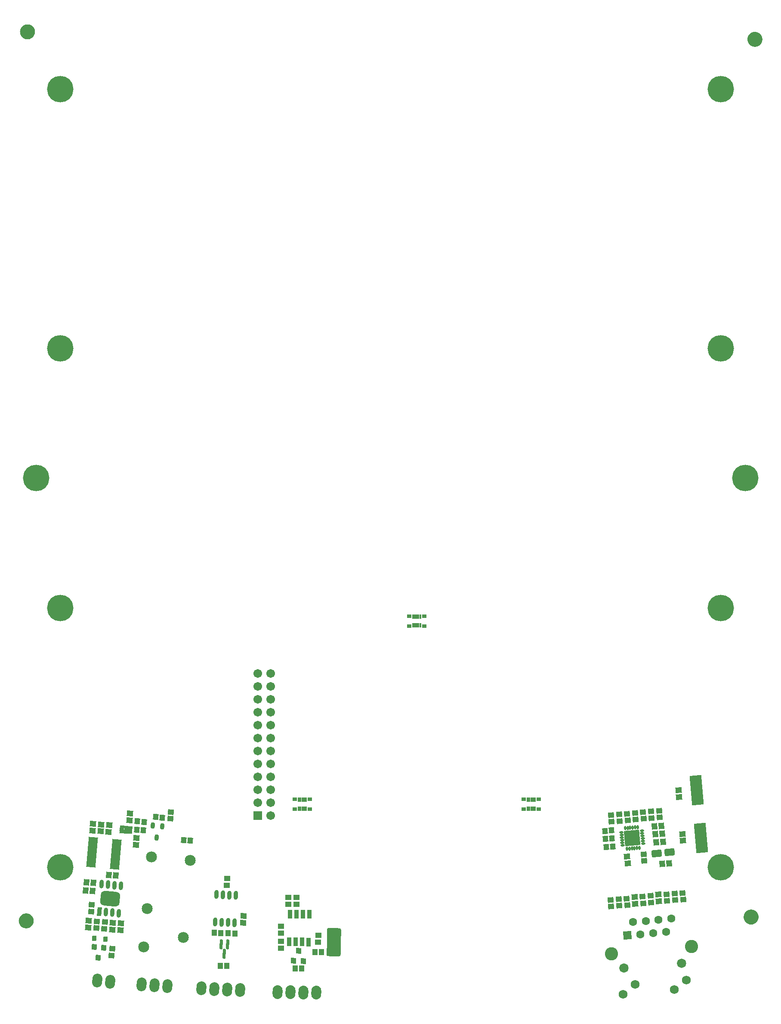
<source format=gts>
G04*
G04 #@! TF.GenerationSoftware,Altium Limited,Altium Designer,19.0.11 (319)*
G04*
G04 Layer_Color=8388736*
%FSLAX44Y44*%
%MOMM*%
G71*
G01*
G75*
%ADD56C,3.0000*%
G04:AMPARAMS|DCode=57|XSize=5.5372mm|YSize=2.7432mm|CornerRadius=0.3429mm|HoleSize=0mm|Usage=FLASHONLY|Rotation=88.800|XOffset=0mm|YOffset=0mm|HoleType=Round|Shape=RoundedRectangle|*
%AMROUNDEDRECTD57*
21,1,5.5372,2.0574,0,0,88.8*
21,1,4.8514,2.7432,0,0,88.8*
1,1,0.6858,1.0793,2.4036*
1,1,0.6858,0.9777,-2.4467*
1,1,0.6858,-1.0793,-2.4036*
1,1,0.6858,-0.9777,2.4467*
%
%ADD57ROUNDEDRECTD57*%
%ADD58R,0.9332X0.6932*%
%ADD59R,0.3832X0.8932*%
G04:AMPARAMS|DCode=60|XSize=0.4532mm|YSize=0.8532mm|CornerRadius=0.1641mm|HoleSize=0mm|Usage=FLASHONLY|Rotation=185.000|XOffset=0mm|YOffset=0mm|HoleType=Round|Shape=RoundedRectangle|*
%AMROUNDEDRECTD60*
21,1,0.4532,0.5250,0,0,185.0*
21,1,0.1250,0.8532,0,0,185.0*
1,1,0.3282,-0.0851,0.2561*
1,1,0.3282,0.0394,0.2670*
1,1,0.3282,0.0851,-0.2561*
1,1,0.3282,-0.0394,-0.2670*
%
%ADD60ROUNDEDRECTD60*%
G04:AMPARAMS|DCode=61|XSize=1.0032mm|YSize=1.1032mm|CornerRadius=0mm|HoleSize=0mm|Usage=FLASHONLY|Rotation=178.800|XOffset=0mm|YOffset=0mm|HoleType=Round|Shape=Rectangle|*
%AMROTATEDRECTD61*
4,1,4,0.5130,0.5410,0.4899,-0.5620,-0.5130,-0.5410,-0.4899,0.5620,0.5130,0.5410,0.0*
%
%ADD61ROTATEDRECTD61*%

G04:AMPARAMS|DCode=62|XSize=1.1532mm|YSize=1.0532mm|CornerRadius=0mm|HoleSize=0mm|Usage=FLASHONLY|Rotation=87.700|XOffset=0mm|YOffset=0mm|HoleType=Round|Shape=Rectangle|*
%AMROTATEDRECTD62*
4,1,4,0.5030,-0.5973,-0.5493,-0.5550,-0.5030,0.5973,0.5493,0.5550,0.5030,-0.5973,0.0*
%
%ADD62ROTATEDRECTD62*%

G04:AMPARAMS|DCode=63|XSize=1.1532mm|YSize=1.0532mm|CornerRadius=0mm|HoleSize=0mm|Usage=FLASHONLY|Rotation=175.000|XOffset=0mm|YOffset=0mm|HoleType=Round|Shape=Rectangle|*
%AMROTATEDRECTD63*
4,1,4,0.6203,0.4743,0.5285,-0.5749,-0.6203,-0.4743,-0.5285,0.5749,0.6203,0.4743,0.0*
%
%ADD63ROTATEDRECTD63*%

G04:AMPARAMS|DCode=64|XSize=1.1532mm|YSize=1.0532mm|CornerRadius=0mm|HoleSize=0mm|Usage=FLASHONLY|Rotation=265.000|XOffset=0mm|YOffset=0mm|HoleType=Round|Shape=Rectangle|*
%AMROTATEDRECTD64*
4,1,4,-0.4743,0.6203,0.5749,0.5285,0.4743,-0.6203,-0.5749,-0.5285,-0.4743,0.6203,0.0*
%
%ADD64ROTATEDRECTD64*%

G04:AMPARAMS|DCode=65|XSize=0.8032mm|YSize=1.2032mm|CornerRadius=0.1766mm|HoleSize=0mm|Usage=FLASHONLY|Rotation=175.000|XOffset=0mm|YOffset=0mm|HoleType=Round|Shape=RoundedRectangle|*
%AMROUNDEDRECTD65*
21,1,0.8032,0.8500,0,0,175.0*
21,1,0.4500,1.2032,0,0,175.0*
1,1,0.3532,-0.1871,0.4430*
1,1,0.3532,0.2612,0.4038*
1,1,0.3532,0.1871,-0.4430*
1,1,0.3532,-0.2612,-0.4038*
%
%ADD65ROUNDEDRECTD65*%
%ADD66R,1.2032X1.1032*%
%ADD67R,1.0532X1.1532*%
G04:AMPARAMS|DCode=68|XSize=1.4732mm|YSize=2.7432mm|CornerRadius=0.2604mm|HoleSize=0mm|Usage=FLASHONLY|Rotation=88.800|XOffset=0mm|YOffset=0mm|HoleType=Round|Shape=RoundedRectangle|*
%AMROUNDEDRECTD68*
21,1,1.4732,2.2225,0,0,88.8*
21,1,0.9525,2.7432,0,0,88.8*
1,1,0.5207,1.1210,0.4529*
1,1,0.5207,1.1010,-0.4994*
1,1,0.5207,-1.1210,-0.4529*
1,1,0.5207,-1.1010,0.4994*
%
%ADD68ROUNDEDRECTD68*%
G04:AMPARAMS|DCode=69|XSize=2.2352mm|YSize=2.7432mm|CornerRadius=0.3556mm|HoleSize=0mm|Usage=FLASHONLY|Rotation=88.800|XOffset=0mm|YOffset=0mm|HoleType=Round|Shape=RoundedRectangle|*
%AMROUNDEDRECTD69*
21,1,2.2352,2.0320,0,0,88.8*
21,1,1.5240,2.7432,0,0,88.8*
1,1,0.7112,1.0317,0.7406*
1,1,0.7112,0.9998,-0.7831*
1,1,0.7112,-1.0317,-0.7406*
1,1,0.7112,-0.9998,0.7831*
%
%ADD69ROUNDEDRECTD69*%
G04:AMPARAMS|DCode=70|XSize=1.1532mm|YSize=1.0532mm|CornerRadius=0mm|HoleSize=0mm|Usage=FLASHONLY|Rotation=358.800|XOffset=0mm|YOffset=0mm|HoleType=Round|Shape=Rectangle|*
%AMROTATEDRECTD70*
4,1,4,-0.5875,-0.5144,-0.5654,0.5386,0.5875,0.5144,0.5654,-0.5386,-0.5875,-0.5144,0.0*
%
%ADD70ROTATEDRECTD70*%

G04:AMPARAMS|DCode=71|XSize=1.1532mm|YSize=1.0532mm|CornerRadius=0mm|HoleSize=0mm|Usage=FLASHONLY|Rotation=88.800|XOffset=0mm|YOffset=0mm|HoleType=Round|Shape=Rectangle|*
%AMROTATEDRECTD71*
4,1,4,0.5144,-0.5875,-0.5386,-0.5654,-0.5144,0.5875,0.5386,0.5654,0.5144,-0.5875,0.0*
%
%ADD71ROTATEDRECTD71*%

G04:AMPARAMS|DCode=72|XSize=1.7282mm|YSize=0.8532mm|CornerRadius=0mm|HoleSize=0mm|Usage=FLASHONLY|Rotation=268.800|XOffset=0mm|YOffset=0mm|HoleType=Round|Shape=Rectangle|*
%AMROTATEDRECTD72*
4,1,4,-0.4084,0.8729,0.4446,0.8550,0.4084,-0.8729,-0.4446,-0.8550,-0.4084,0.8729,0.0*
%
%ADD72ROTATEDRECTD72*%

G04:AMPARAMS|DCode=73|XSize=1.2032mm|YSize=1.1032mm|CornerRadius=0mm|HoleSize=0mm|Usage=FLASHONLY|Rotation=175.000|XOffset=0mm|YOffset=0mm|HoleType=Round|Shape=Rectangle|*
%AMROTATEDRECTD73*
4,1,4,0.6474,0.4971,0.5512,-0.6019,-0.6474,-0.4971,-0.5512,0.6019,0.6474,0.4971,0.0*
%
%ADD73ROTATEDRECTD73*%

G04:AMPARAMS|DCode=74|XSize=1.5132mm|YSize=0.7532mm|CornerRadius=0mm|HoleSize=0mm|Usage=FLASHONLY|Rotation=85.000|XOffset=0mm|YOffset=0mm|HoleType=Round|Shape=Rectangle|*
%AMROTATEDRECTD74*
4,1,4,0.3092,-0.7865,-0.4411,-0.7209,-0.3092,0.7865,0.4411,0.7209,0.3092,-0.7865,0.0*
%
%ADD74ROTATEDRECTD74*%

G04:AMPARAMS|DCode=75|XSize=0.9032mm|YSize=0.5032mm|CornerRadius=0mm|HoleSize=0mm|Usage=FLASHONLY|Rotation=355.000|XOffset=0mm|YOffset=0mm|HoleType=Round|Shape=Rectangle|*
%AMROTATEDRECTD75*
4,1,4,-0.4718,-0.2113,-0.4279,0.2900,0.4718,0.2113,0.4279,-0.2900,-0.4718,-0.2113,0.0*
%
%ADD75ROTATEDRECTD75*%

G04:AMPARAMS|DCode=76|XSize=1.2032mm|YSize=1.1032mm|CornerRadius=0mm|HoleSize=0mm|Usage=FLASHONLY|Rotation=357.700|XOffset=0mm|YOffset=0mm|HoleType=Round|Shape=Rectangle|*
%AMROTATEDRECTD76*
4,1,4,-0.6233,-0.5270,-0.5790,0.5753,0.6233,0.5270,0.5790,-0.5753,-0.6233,-0.5270,0.0*
%
%ADD76ROTATEDRECTD76*%

G04:AMPARAMS|DCode=77|XSize=1.1532mm|YSize=1.0532mm|CornerRadius=0mm|HoleSize=0mm|Usage=FLASHONLY|Rotation=177.700|XOffset=0mm|YOffset=0mm|HoleType=Round|Shape=Rectangle|*
%AMROTATEDRECTD77*
4,1,4,0.5973,0.5030,0.5550,-0.5493,-0.5973,-0.5030,-0.5550,0.5493,0.5973,0.5030,0.0*
%
%ADD77ROTATEDRECTD77*%

G04:AMPARAMS|DCode=78|XSize=0.8032mm|YSize=1.7532mm|CornerRadius=0mm|HoleSize=0mm|Usage=FLASHONLY|Rotation=357.700|XOffset=0mm|YOffset=0mm|HoleType=Round|Shape=Round|*
%AMOVALD78*
21,1,0.9500,0.8032,0.0000,0.0000,87.7*
1,1,0.8032,-0.0191,-0.4746*
1,1,0.8032,0.0191,0.4746*
%
%ADD78OVALD78*%

G04:AMPARAMS|DCode=79|XSize=0.6032mm|YSize=1.9532mm|CornerRadius=0.1816mm|HoleSize=0mm|Usage=FLASHONLY|Rotation=357.700|XOffset=0mm|YOffset=0mm|HoleType=Round|Shape=RoundedRectangle|*
%AMROUNDEDRECTD79*
21,1,0.6032,1.5900,0,0,357.7*
21,1,0.2400,1.9532,0,0,357.7*
1,1,0.3632,0.0880,-0.7992*
1,1,0.3632,-0.1518,-0.7895*
1,1,0.3632,-0.0880,0.7992*
1,1,0.3632,0.1518,0.7895*
%
%ADD79ROUNDEDRECTD79*%
G04:AMPARAMS|DCode=80|XSize=1.1532mm|YSize=1.0532mm|CornerRadius=0mm|HoleSize=0mm|Usage=FLASHONLY|Rotation=87.700|XOffset=0mm|YOffset=0mm|HoleType=Round|Shape=Rectangle|*
%AMROTATEDRECTD80*
4,1,4,0.5030,-0.5973,-0.5493,-0.5550,-0.5030,0.5973,0.5493,0.5550,0.5030,-0.5973,0.0*
%
%ADD80ROTATEDRECTD80*%

G04:AMPARAMS|DCode=81|XSize=5.9032mm|YSize=1.8032mm|CornerRadius=0mm|HoleSize=0mm|Usage=FLASHONLY|Rotation=265.000|XOffset=0mm|YOffset=0mm|HoleType=Round|Shape=Rectangle|*
%AMROTATEDRECTD81*
4,1,4,-0.6409,3.0190,1.1554,2.8618,0.6409,-3.0190,-1.1554,-2.8618,-0.6409,3.0190,0.0*
%
%ADD81ROTATEDRECTD81*%

G04:AMPARAMS|DCode=82|XSize=1.2032mm|YSize=1.1032mm|CornerRadius=0mm|HoleSize=0mm|Usage=FLASHONLY|Rotation=85.000|XOffset=0mm|YOffset=0mm|HoleType=Round|Shape=Rectangle|*
%AMROTATEDRECTD82*
4,1,4,0.4971,-0.6474,-0.6019,-0.5512,-0.4971,0.6474,0.6019,0.5512,0.4971,-0.6474,0.0*
%
%ADD82ROTATEDRECTD82*%

G04:AMPARAMS|DCode=83|XSize=1.7032mm|YSize=0.8532mm|CornerRadius=0mm|HoleSize=0mm|Usage=FLASHONLY|Rotation=85.000|XOffset=0mm|YOffset=0mm|HoleType=Round|Shape=Rectangle|*
%AMROTATEDRECTD83*
4,1,4,0.3508,-0.8855,-0.4992,-0.8112,-0.3508,0.8855,0.4992,0.8112,0.3508,-0.8855,0.0*
%
%ADD83ROTATEDRECTD83*%

G04:AMPARAMS|DCode=84|XSize=1.7032mm|YSize=0.8532mm|CornerRadius=0mm|HoleSize=0mm|Usage=FLASHONLY|Rotation=85.000|XOffset=0mm|YOffset=0mm|HoleType=Round|Shape=Round|*
%AMOVALD84*
21,1,0.8500,0.8532,0.0000,0.0000,85.0*
1,1,0.8532,-0.0370,-0.4234*
1,1,0.8532,0.0370,0.4234*
%
%ADD84OVALD84*%

G04:AMPARAMS|DCode=85|XSize=2.9032mm|YSize=3.8032mm|CornerRadius=0.7766mm|HoleSize=0mm|Usage=FLASHONLY|Rotation=85.000|XOffset=0mm|YOffset=0mm|HoleType=Round|Shape=RoundedRectangle|*
%AMROUNDEDRECTD85*
21,1,2.9032,2.2500,0,0,85.0*
21,1,1.3500,3.8032,0,0,85.0*
1,1,1.5532,1.1795,0.5744*
1,1,1.5532,1.0619,-0.7705*
1,1,1.5532,-1.1795,-0.5744*
1,1,1.5532,-1.0619,0.7705*
%
%ADD85ROUNDEDRECTD85*%
G04:AMPARAMS|DCode=86|XSize=1.2032mm|YSize=1.1032mm|CornerRadius=0mm|HoleSize=0mm|Usage=FLASHONLY|Rotation=95.000|XOffset=0mm|YOffset=0mm|HoleType=Round|Shape=Rectangle|*
%AMROTATEDRECTD86*
4,1,4,0.6019,-0.5512,-0.4971,-0.6474,-0.6019,0.5512,0.4971,0.6474,0.6019,-0.5512,0.0*
%
%ADD86ROTATEDRECTD86*%

G04:AMPARAMS|DCode=87|XSize=2.0032mm|YSize=1.4032mm|CornerRadius=0.2516mm|HoleSize=0mm|Usage=FLASHONLY|Rotation=185.000|XOffset=0mm|YOffset=0mm|HoleType=Round|Shape=RoundedRectangle|*
%AMROUNDEDRECTD87*
21,1,2.0032,0.9000,0,0,185.0*
21,1,1.5000,1.4032,0,0,185.0*
1,1,0.5032,-0.7864,0.3829*
1,1,0.5032,0.7079,0.5137*
1,1,0.5032,0.7864,-0.3829*
1,1,0.5032,-0.7079,-0.5137*
%
%ADD87ROUNDEDRECTD87*%
G04:AMPARAMS|DCode=88|XSize=1.2032mm|YSize=1.1032mm|CornerRadius=0mm|HoleSize=0mm|Usage=FLASHONLY|Rotation=185.000|XOffset=0mm|YOffset=0mm|HoleType=Round|Shape=Rectangle|*
%AMROTATEDRECTD88*
4,1,4,0.5512,0.6019,0.6474,-0.4971,-0.5512,-0.6019,-0.6474,0.4971,0.5512,0.6019,0.0*
%
%ADD88ROTATEDRECTD88*%

G04:AMPARAMS|DCode=89|XSize=1.1532mm|YSize=1.0532mm|CornerRadius=0mm|HoleSize=0mm|Usage=FLASHONLY|Rotation=185.000|XOffset=0mm|YOffset=0mm|HoleType=Round|Shape=Rectangle|*
%AMROTATEDRECTD89*
4,1,4,0.5285,0.5749,0.6203,-0.4743,-0.5285,-0.5749,-0.6203,0.4743,0.5285,0.5749,0.0*
%
%ADD89ROTATEDRECTD89*%

G04:AMPARAMS|DCode=90|XSize=1.0332mm|YSize=0.8282mm|CornerRadius=0mm|HoleSize=0mm|Usage=FLASHONLY|Rotation=265.000|XOffset=0mm|YOffset=0mm|HoleType=Round|Shape=Rectangle|*
%AMROTATEDRECTD90*
4,1,4,-0.3675,0.5507,0.4576,0.4785,0.3675,-0.5507,-0.4576,-0.4785,-0.3675,0.5507,0.0*
%
%ADD90ROTATEDRECTD90*%

G04:AMPARAMS|DCode=91|XSize=1.0032mm|YSize=1.1032mm|CornerRadius=0mm|HoleSize=0mm|Usage=FLASHONLY|Rotation=355.000|XOffset=0mm|YOffset=0mm|HoleType=Round|Shape=Rectangle|*
%AMROTATEDRECTD91*
4,1,4,-0.5478,-0.5058,-0.4516,0.5932,0.5478,0.5058,0.4516,-0.5932,-0.5478,-0.5058,0.0*
%
%ADD91ROTATEDRECTD91*%

G04:AMPARAMS|DCode=92|XSize=1.1532mm|YSize=1.0532mm|CornerRadius=0mm|HoleSize=0mm|Usage=FLASHONLY|Rotation=275.000|XOffset=0mm|YOffset=0mm|HoleType=Round|Shape=Rectangle|*
%AMROTATEDRECTD92*
4,1,4,-0.5749,0.5285,0.4743,0.6203,0.5749,-0.5285,-0.4743,-0.6203,-0.5749,0.5285,0.0*
%
%ADD92ROTATEDRECTD92*%

%ADD93P,4.2472X4X230.0*%
G04:AMPARAMS|DCode=94|XSize=0.4532mm|YSize=0.8532mm|CornerRadius=0.1641mm|HoleSize=0mm|Usage=FLASHONLY|Rotation=275.000|XOffset=0mm|YOffset=0mm|HoleType=Round|Shape=RoundedRectangle|*
%AMROUNDEDRECTD94*
21,1,0.4532,0.5250,0,0,275.0*
21,1,0.1250,0.8532,0,0,275.0*
1,1,0.3282,-0.2561,-0.0851*
1,1,0.3282,-0.2670,0.0394*
1,1,0.3282,0.2561,0.0851*
1,1,0.3282,0.2670,-0.0394*
%
%ADD94ROUNDEDRECTD94*%
G04:AMPARAMS|DCode=95|XSize=5.8032mm|YSize=2.3032mm|CornerRadius=0mm|HoleSize=0mm|Usage=FLASHONLY|Rotation=275.000|XOffset=0mm|YOffset=0mm|HoleType=Round|Shape=Rectangle|*
%AMROTATEDRECTD95*
4,1,4,-1.4001,2.7902,0.8943,2.9909,1.4001,-2.7902,-0.8943,-2.9909,-1.4001,2.7902,0.0*
%
%ADD95ROTATEDRECTD95*%

%ADD96C,1.7032*%
%ADD97R,1.7032X1.7032*%
%ADD98C,1.8282*%
%ADD99C,2.6032*%
%ADD100C,1.7332*%
%ADD101C,1.6032*%
%ADD102P,2.2673X4X50.0*%
%ADD103C,2.1532*%
G04:AMPARAMS|DCode=104|XSize=1.9532mm|YSize=2.7032mm|CornerRadius=0mm|HoleSize=0mm|Usage=FLASHONLY|Rotation=178.800|XOffset=0mm|YOffset=0mm|HoleType=Round|Shape=Round|*
%AMOVALD104*
21,1,0.7500,1.9532,0.0000,0.0000,268.8*
1,1,1.9532,0.0079,0.3749*
1,1,1.9532,-0.0079,-0.3749*
%
%ADD104OVALD104*%

%ADD105C,5.2032*%
G04:AMPARAMS|DCode=106|XSize=1.9532mm|YSize=2.7032mm|CornerRadius=0mm|HoleSize=0mm|Usage=FLASHONLY|Rotation=176.000|XOffset=0mm|YOffset=0mm|HoleType=Round|Shape=Round|*
%AMOVALD106*
21,1,0.7500,1.9532,0.0000,0.0000,266.0*
1,1,1.9532,0.0262,0.3741*
1,1,1.9532,-0.0262,-0.3741*
%
%ADD106OVALD106*%

G04:AMPARAMS|DCode=107|XSize=1.9532mm|YSize=2.7032mm|CornerRadius=0mm|HoleSize=0mm|Usage=FLASHONLY|Rotation=175.000|XOffset=0mm|YOffset=0mm|HoleType=Round|Shape=Round|*
%AMOVALD107*
21,1,0.7500,1.9532,0.0000,0.0000,265.0*
1,1,1.9532,0.0327,0.3736*
1,1,1.9532,-0.0327,-0.3736*
%
%ADD107OVALD107*%

G04:AMPARAMS|DCode=108|XSize=1.9532mm|YSize=2.7032mm|CornerRadius=0mm|HoleSize=0mm|Usage=FLASHONLY|Rotation=177.300|XOffset=0mm|YOffset=0mm|HoleType=Round|Shape=Round|*
%AMOVALD108*
21,1,0.7500,1.9532,0.0000,0.0000,267.3*
1,1,1.9532,0.0177,0.3746*
1,1,1.9532,-0.0177,-0.3746*
%
%ADD108OVALD108*%

D56*
X717060Y-438700D02*
G03*
X717060Y-438700I-10J0D01*
G01*
X-709190Y-446196D02*
G03*
X-709190Y-446196I-10J0D01*
G01*
X724560Y1287050D02*
G03*
X724560Y1287050I-10J0D01*
G01*
X-706690Y1301800D02*
G03*
X-706690Y1301800I-10J0D01*
G01*
D57*
X-103950Y-487700D02*
D03*
D58*
X44000Y133750D02*
D03*
Y153250D02*
D03*
X74000Y133750D02*
D03*
Y153250D02*
D03*
X299500Y-207250D02*
D03*
Y-226750D02*
D03*
X269500Y-207250D02*
D03*
Y-226750D02*
D03*
X-151000Y-207250D02*
D03*
Y-226750D02*
D03*
X-181000Y-207250D02*
D03*
Y-226750D02*
D03*
D59*
X52000Y134750D02*
D03*
Y152250D02*
D03*
X55500Y134750D02*
D03*
Y152250D02*
D03*
X59000Y134750D02*
D03*
Y152250D02*
D03*
X62500Y134750D02*
D03*
Y152250D02*
D03*
X66000Y134750D02*
D03*
Y152250D02*
D03*
X291500Y-208250D02*
D03*
Y-225750D02*
D03*
X288000Y-208250D02*
D03*
Y-225750D02*
D03*
X284500Y-208250D02*
D03*
Y-225750D02*
D03*
X281000Y-208250D02*
D03*
Y-225750D02*
D03*
X277500Y-208250D02*
D03*
Y-225750D02*
D03*
X-159000Y-208250D02*
D03*
Y-225750D02*
D03*
X-162500Y-208250D02*
D03*
Y-225750D02*
D03*
X-166000Y-208250D02*
D03*
Y-225750D02*
D03*
X-169500Y-208250D02*
D03*
Y-225750D02*
D03*
X-173000Y-208250D02*
D03*
Y-225750D02*
D03*
D60*
X492536Y-302719D02*
D03*
X497517Y-302283D02*
D03*
X487555Y-303155D02*
D03*
X482574Y-303591D02*
D03*
X477593Y-304027D02*
D03*
X472612Y-304462D02*
D03*
X469083Y-264116D02*
D03*
X474064Y-263681D02*
D03*
X479045Y-263245D02*
D03*
X484026Y-262809D02*
D03*
X489007Y-262373D02*
D03*
X493988Y-261938D02*
D03*
D61*
X-183157Y-524749D02*
D03*
X-164161Y-525147D02*
D03*
X-173241Y-504952D02*
D03*
D62*
X-326450Y-469950D02*
D03*
X-311700Y-470450D02*
D03*
X-298710Y-470972D02*
D03*
X-339440Y-469428D02*
D03*
D63*
X-424567Y-232250D02*
D03*
X-425700Y-245200D02*
D03*
X-555766Y-461675D02*
D03*
X-554633Y-448725D02*
D03*
X-570383Y-447225D02*
D03*
X-571516Y-460175D02*
D03*
X-581700Y-427700D02*
D03*
X-580567Y-414749D02*
D03*
X-540200Y-501200D02*
D03*
X-541333Y-514151D02*
D03*
D64*
X-454425Y-242134D02*
D03*
X-441475Y-243267D02*
D03*
X-399650Y-287067D02*
D03*
X-386700Y-288200D02*
D03*
X-477475Y-251516D02*
D03*
X-490425Y-250383D02*
D03*
X-478999Y-268333D02*
D03*
X-491950Y-267200D02*
D03*
D65*
X-452950Y-282450D02*
D03*
X-460409Y-258710D02*
D03*
X-441482Y-260366D02*
D03*
D66*
X-207700Y-456700D02*
D03*
Y-470200D02*
D03*
Y-499950D02*
D03*
Y-486450D02*
D03*
X-193450Y-399950D02*
D03*
Y-413450D02*
D03*
X-177381Y-399950D02*
D03*
Y-413450D02*
D03*
D67*
X-128200Y-507950D02*
D03*
X-141200D02*
D03*
D68*
X-103524Y-467384D02*
D03*
X-104375Y-508016D02*
D03*
D69*
X-103950Y-487700D02*
D03*
D70*
X-134836Y-487699D02*
D03*
X-134564Y-474701D02*
D03*
D71*
X-167201Y-540086D02*
D03*
X-180198Y-539814D02*
D03*
D72*
X-152336Y-433485D02*
D03*
X-165033Y-433219D02*
D03*
X-177731Y-432953D02*
D03*
X-190428Y-432687D02*
D03*
X-191564Y-486915D02*
D03*
X-178867Y-487181D02*
D03*
X-166169Y-487447D02*
D03*
X-153472Y-487713D02*
D03*
D73*
X-493538Y-296674D02*
D03*
X-492362Y-283226D02*
D03*
X-504806Y-235251D02*
D03*
X-505982Y-248700D02*
D03*
X-545862Y-257976D02*
D03*
X-547038Y-271424D02*
D03*
X-561759Y-256583D02*
D03*
X-562935Y-270032D02*
D03*
X-577537Y-255083D02*
D03*
X-578714Y-268532D02*
D03*
X-586112Y-445476D02*
D03*
X-587288Y-458924D02*
D03*
X-540038Y-463174D02*
D03*
X-538862Y-449726D02*
D03*
X-523876Y-464649D02*
D03*
X-522700Y-451200D02*
D03*
D74*
X-513000Y-266750D02*
D03*
D75*
X-504595Y-262466D02*
D03*
X-505030Y-267447D02*
D03*
X-505466Y-272428D02*
D03*
X-521405Y-271034D02*
D03*
X-520970Y-266053D02*
D03*
X-520534Y-261072D02*
D03*
D76*
X-281658Y-436461D02*
D03*
X-282200Y-449950D02*
D03*
D77*
X-314189Y-362955D02*
D03*
X-314711Y-375945D02*
D03*
D78*
X-297153Y-396013D02*
D03*
X-309843Y-395503D02*
D03*
X-322533Y-394994D02*
D03*
X-335223Y-394484D02*
D03*
X-299320Y-449969D02*
D03*
X-312010Y-449460D02*
D03*
X-324700Y-448950D02*
D03*
X-337390Y-448440D02*
D03*
D79*
X-312613Y-492480D02*
D03*
X-325802Y-491950D02*
D03*
X-319950Y-510700D02*
D03*
D80*
X-314705Y-534961D02*
D03*
X-327695Y-534439D02*
D03*
D81*
X-532700Y-315200D02*
D03*
X-579521Y-311104D02*
D03*
D82*
X-590924Y-370362D02*
D03*
X-577476Y-371538D02*
D03*
X-592174Y-386112D02*
D03*
X-578726Y-387288D02*
D03*
X-533127Y-357288D02*
D03*
X-546576Y-356112D02*
D03*
D83*
X-565307Y-427633D02*
D03*
D84*
X-552656Y-428740D02*
D03*
X-540004Y-429846D02*
D03*
X-527352Y-430953D02*
D03*
X-560601Y-373838D02*
D03*
X-547949Y-374945D02*
D03*
X-535298Y-376052D02*
D03*
X-522646Y-377159D02*
D03*
D85*
X-544026Y-402392D02*
D03*
D86*
X542326Y-334288D02*
D03*
X555774Y-333112D02*
D03*
X543774Y-290612D02*
D03*
X530326Y-291788D02*
D03*
X541999Y-274773D02*
D03*
X528550Y-275950D02*
D03*
X540524Y-259112D02*
D03*
X527076Y-260288D02*
D03*
D87*
X530800Y-313450D02*
D03*
X556701Y-311184D02*
D03*
D88*
X474138Y-332924D02*
D03*
X472962Y-319476D02*
D03*
X581874Y-275251D02*
D03*
X583050Y-288700D02*
D03*
X574212Y-189476D02*
D03*
X575388Y-202924D02*
D03*
X534623Y-394001D02*
D03*
X535800Y-407450D02*
D03*
X487623Y-399251D02*
D03*
X488800Y-412700D02*
D03*
D89*
X535917Y-229750D02*
D03*
X537050Y-242700D02*
D03*
X488733Y-233975D02*
D03*
X489866Y-246925D02*
D03*
X472984Y-235475D02*
D03*
X474117Y-248425D02*
D03*
X457234Y-236975D02*
D03*
X458367Y-249925D02*
D03*
X504417Y-232500D02*
D03*
X505550Y-245450D02*
D03*
X521300Y-243950D02*
D03*
X520167Y-231000D02*
D03*
X442617Y-251425D02*
D03*
X441483Y-238475D02*
D03*
X505800Y-315450D02*
D03*
X506933Y-328400D02*
D03*
X583300Y-404200D02*
D03*
X582167Y-391250D02*
D03*
X566417Y-392500D02*
D03*
X567550Y-405450D02*
D03*
X550667Y-393999D02*
D03*
X551800Y-406950D02*
D03*
X519167Y-397000D02*
D03*
X520300Y-409950D02*
D03*
X503417Y-398750D02*
D03*
X504550Y-411700D02*
D03*
X472167Y-402249D02*
D03*
X473300Y-415200D02*
D03*
X457550Y-416450D02*
D03*
X456417Y-403499D02*
D03*
X440667Y-404749D02*
D03*
X441800Y-417700D02*
D03*
D90*
X-553617Y-482170D02*
D03*
X-575783Y-480230D02*
D03*
D91*
X-568072Y-518162D02*
D03*
X-575792Y-497410D02*
D03*
X-556865Y-499066D02*
D03*
D92*
X431825Y-301017D02*
D03*
X444775Y-299883D02*
D03*
X442275Y-268384D02*
D03*
X429325Y-269517D02*
D03*
X443525Y-284133D02*
D03*
X430575Y-285266D02*
D03*
D93*
X483300Y-283200D02*
D03*
D94*
X464216Y-297417D02*
D03*
X463781Y-292436D02*
D03*
X463345Y-287455D02*
D03*
X462909Y-282474D02*
D03*
X462473Y-277493D02*
D03*
X462038Y-272512D02*
D03*
X502383Y-268983D02*
D03*
X502819Y-273964D02*
D03*
X503255Y-278945D02*
D03*
X503691Y-283926D02*
D03*
X504127Y-288907D02*
D03*
X504562Y-293888D02*
D03*
D95*
X618102Y-283545D02*
D03*
X609822Y-188906D02*
D03*
D96*
X-228300Y40200D02*
D03*
Y14800D02*
D03*
Y-10600D02*
D03*
Y-36000D02*
D03*
Y-61400D02*
D03*
Y-86800D02*
D03*
Y-112200D02*
D03*
Y-137600D02*
D03*
Y-163000D02*
D03*
Y-188400D02*
D03*
Y-213550D02*
D03*
Y-239200D02*
D03*
X-253700Y-86800D02*
D03*
Y-61400D02*
D03*
Y-36000D02*
D03*
Y-10600D02*
D03*
Y40200D02*
D03*
Y14800D02*
D03*
Y-213800D02*
D03*
Y-188400D02*
D03*
Y-163000D02*
D03*
Y-137600D02*
D03*
Y-112200D02*
D03*
D97*
Y-239200D02*
D03*
D98*
X580645Y-529223D02*
D03*
X466780Y-539185D02*
D03*
D99*
X599505Y-496956D02*
D03*
X442604Y-510683D02*
D03*
D100*
X589668Y-562363D02*
D03*
X565846Y-581512D02*
D03*
X488953Y-571174D02*
D03*
X465131Y-590323D02*
D03*
D101*
X560246Y-441768D02*
D03*
X549808Y-468178D02*
D03*
X534942Y-443982D02*
D03*
X524504Y-470392D02*
D03*
X509639Y-446196D02*
D03*
X499201Y-472606D02*
D03*
X484336Y-448409D02*
D03*
D102*
X473898Y-474819D02*
D03*
D103*
X-386544Y-327218D02*
D03*
X-399826Y-479038D02*
D03*
X-477950Y-497700D02*
D03*
X-471309Y-421790D02*
D03*
X-462454Y-320577D02*
D03*
D104*
X-214792Y-585902D02*
D03*
X-138608Y-587498D02*
D03*
X-164003Y-586966D02*
D03*
X-189397Y-586434D02*
D03*
D105*
X657740Y-340740D02*
D03*
X705240Y424260D02*
D03*
X657740Y169260D02*
D03*
Y679260D02*
D03*
Y1189260D02*
D03*
X-642260D02*
D03*
Y679260D02*
D03*
X-689760Y424260D02*
D03*
X-642260Y169260D02*
D03*
Y-340740D02*
D03*
D106*
X-482038Y-571178D02*
D03*
X-456700Y-572950D02*
D03*
X-431362Y-574722D02*
D03*
D107*
X-544048Y-566057D02*
D03*
X-569352Y-563843D02*
D03*
D108*
X-364758Y-578905D02*
D03*
X-288642Y-582495D02*
D03*
X-314014Y-581298D02*
D03*
X-339386Y-580102D02*
D03*
M02*

</source>
